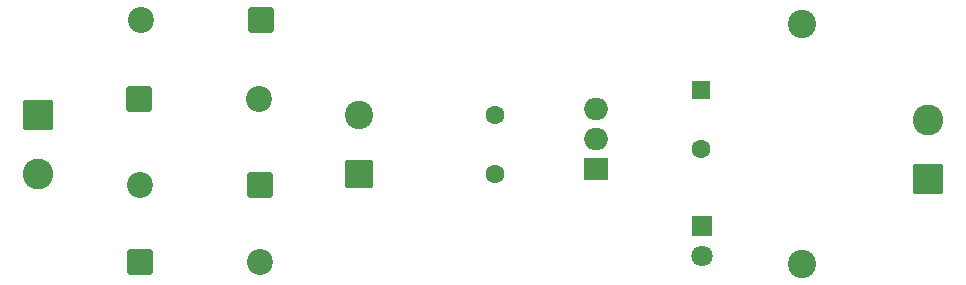
<source format=gbr>
%TF.GenerationSoftware,KiCad,Pcbnew,9.0.6*%
%TF.CreationDate,2025-12-14T15:20:03+05:30*%
%TF.ProjectId,Kicad-Hardware-Design,4b696361-642d-4486-9172-64776172652d,rev?*%
%TF.SameCoordinates,Original*%
%TF.FileFunction,Copper,L1,Top*%
%TF.FilePolarity,Positive*%
%FSLAX46Y46*%
G04 Gerber Fmt 4.6, Leading zero omitted, Abs format (unit mm)*
G04 Created by KiCad (PCBNEW 9.0.6) date 2025-12-14 15:20:03*
%MOMM*%
%LPD*%
G01*
G04 APERTURE LIST*
G04 Aperture macros list*
%AMRoundRect*
0 Rectangle with rounded corners*
0 $1 Rounding radius*
0 $2 $3 $4 $5 $6 $7 $8 $9 X,Y pos of 4 corners*
0 Add a 4 corners polygon primitive as box body*
4,1,4,$2,$3,$4,$5,$6,$7,$8,$9,$2,$3,0*
0 Add four circle primitives for the rounded corners*
1,1,$1+$1,$2,$3*
1,1,$1+$1,$4,$5*
1,1,$1+$1,$6,$7*
1,1,$1+$1,$8,$9*
0 Add four rect primitives between the rounded corners*
20,1,$1+$1,$2,$3,$4,$5,0*
20,1,$1+$1,$4,$5,$6,$7,0*
20,1,$1+$1,$6,$7,$8,$9,0*
20,1,$1+$1,$8,$9,$2,$3,0*%
G04 Aperture macros list end*
%TA.AperFunction,ComponentPad*%
%ADD10RoundRect,0.249999X-0.850001X-0.850001X0.850001X-0.850001X0.850001X0.850001X-0.850001X0.850001X0*%
%TD*%
%TA.AperFunction,ComponentPad*%
%ADD11C,2.200000*%
%TD*%
%TA.AperFunction,ComponentPad*%
%ADD12R,1.800000X1.800000*%
%TD*%
%TA.AperFunction,ComponentPad*%
%ADD13C,1.800000*%
%TD*%
%TA.AperFunction,ComponentPad*%
%ADD14RoundRect,0.250000X1.050000X-1.050000X1.050000X1.050000X-1.050000X1.050000X-1.050000X-1.050000X0*%
%TD*%
%TA.AperFunction,ComponentPad*%
%ADD15C,2.600000*%
%TD*%
%TA.AperFunction,ComponentPad*%
%ADD16RoundRect,0.250000X-1.050000X1.050000X-1.050000X-1.050000X1.050000X-1.050000X1.050000X1.050000X0*%
%TD*%
%TA.AperFunction,ComponentPad*%
%ADD17RoundRect,0.249999X0.850001X0.850001X-0.850001X0.850001X-0.850001X-0.850001X0.850001X-0.850001X0*%
%TD*%
%TA.AperFunction,ComponentPad*%
%ADD18RoundRect,0.250001X0.949999X-0.949999X0.949999X0.949999X-0.949999X0.949999X-0.949999X-0.949999X0*%
%TD*%
%TA.AperFunction,ComponentPad*%
%ADD19C,2.400000*%
%TD*%
%TA.AperFunction,ComponentPad*%
%ADD20R,2.000000X1.905000*%
%TD*%
%TA.AperFunction,ComponentPad*%
%ADD21O,2.000000X1.905000*%
%TD*%
%TA.AperFunction,ComponentPad*%
%ADD22C,1.600000*%
%TD*%
%TA.AperFunction,ComponentPad*%
%ADD23RoundRect,0.250000X-0.550000X0.550000X-0.550000X-0.550000X0.550000X-0.550000X0.550000X0.550000X0*%
%TD*%
G04 APERTURE END LIST*
D10*
%TO.P,D2,1,K*%
%TO.N,Net-(D1-A)*%
X59840000Y-60660000D03*
D11*
%TO.P,D2,2,A*%
%TO.N,GND*%
X70000000Y-60660000D03*
%TD*%
D12*
%TO.P,D5,1,K*%
%TO.N,GND*%
X107500000Y-71407500D03*
D13*
%TO.P,D5,2,A*%
%TO.N,Net-(D5-A)*%
X107500000Y-73947500D03*
%TD*%
D14*
%TO.P,J2,1,Pin_1*%
%TO.N,Net-(J2-Pin_1)*%
X126672500Y-67500000D03*
D15*
%TO.P,J2,2,Pin_2*%
%TO.N,GND*%
X126672500Y-62500000D03*
%TD*%
D16*
%TO.P,J1,1,Pin_1*%
%TO.N,Net-(D3-A)*%
X51327500Y-62000000D03*
D15*
%TO.P,J1,2,Pin_2*%
%TO.N,Net-(D1-A)*%
X51327500Y-67000000D03*
%TD*%
D17*
%TO.P,D3,1,K*%
%TO.N,Net-(D1-K)*%
X70080000Y-68000000D03*
D11*
%TO.P,D3,2,A*%
%TO.N,Net-(D3-A)*%
X59920000Y-68000000D03*
%TD*%
D18*
%TO.P,C1,1*%
%TO.N,Net-(D1-K)*%
X78500000Y-67000000D03*
D19*
%TO.P,C1,2*%
%TO.N,GND*%
X78500000Y-62000000D03*
%TD*%
%TO.P,R1,1*%
%TO.N,Net-(D5-A)*%
X116000000Y-74660000D03*
%TO.P,R1,2*%
%TO.N,Net-(J2-Pin_1)*%
X116000000Y-54340000D03*
%TD*%
D20*
%TO.P,U1,1,IN*%
%TO.N,Net-(D1-K)*%
X98500000Y-66580000D03*
D21*
%TO.P,U1,2,GND*%
%TO.N,GND*%
X98500000Y-64040000D03*
%TO.P,U1,3,OUT*%
%TO.N,Net-(J2-Pin_1)*%
X98500000Y-61500000D03*
%TD*%
D10*
%TO.P,D4,1,K*%
%TO.N,Net-(D3-A)*%
X59920000Y-74500000D03*
D11*
%TO.P,D4,2,A*%
%TO.N,GND*%
X70080000Y-74500000D03*
%TD*%
D22*
%TO.P,C2,1*%
%TO.N,Net-(D1-K)*%
X90000000Y-67000000D03*
%TO.P,C2,2*%
%TO.N,GND*%
X90000000Y-62000000D03*
%TD*%
D17*
%TO.P,D1,1,K*%
%TO.N,Net-(D1-K)*%
X70160000Y-54000000D03*
D11*
%TO.P,D1,2,A*%
%TO.N,Net-(D1-A)*%
X60000000Y-54000000D03*
%TD*%
D23*
%TO.P,C3,1*%
%TO.N,Net-(J2-Pin_1)*%
X107460000Y-59960000D03*
D22*
%TO.P,C3,2*%
%TO.N,GND*%
X107460000Y-64960000D03*
%TD*%
M02*

</source>
